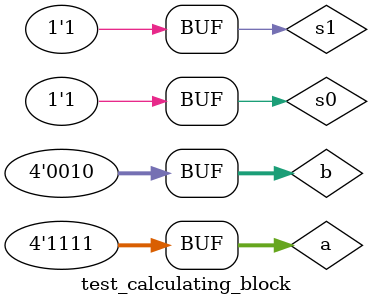
<source format=v>
`timescale 1ns / 1ps


module test_calculating_block;

	// Inputs
	reg [0:3] a;
	reg [0:3] b;
	reg s0;
	reg s1;

	// Outputs
	wire [0:3] out;

	// Instantiate the Unit Under Test (UUT)
	calculatig_block uut (
		.out(out), 
		.a(a), 
		.b(b), 
		.s0(s0), 
		.s1(s1)
	);

	initial begin
		// Initialize Inputs

		a = 4'd2;
		b = 4'd3;
		s0 = 0;
		s1 = 0;
		#50;
		a = 4'd8;
		b = 4'd2;
		s0 = 1;
		s1 = 0;
		#50;
		a = 4'd11;
		b = 4'd2;
		s0 = 0;
		s1 = 1;
		#50;
		a = 4'd15;
		b = 4'd2;
		s0 = 1;
		s1 = 1;
		#50;
        
		// Add stimulus here

	end
      
endmodule


</source>
